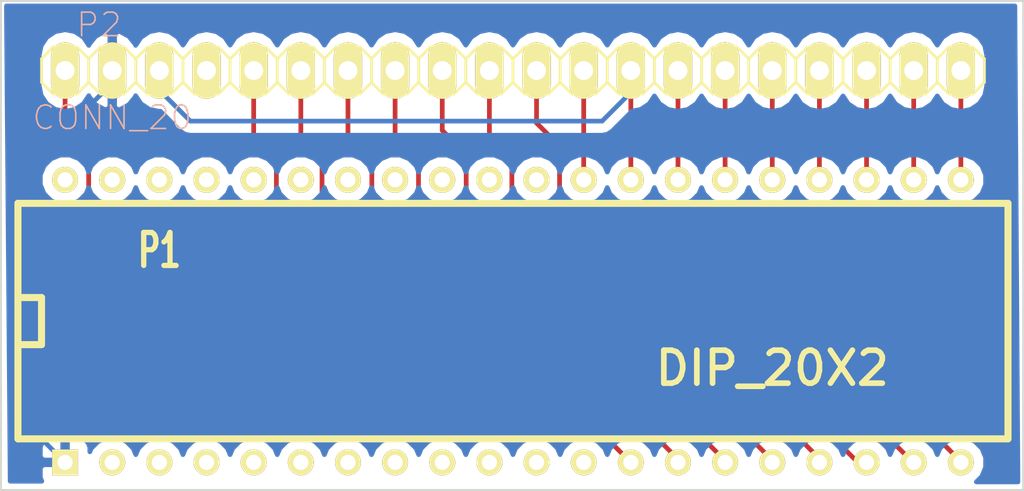
<source format=kicad_pcb>
(kicad_pcb (version 3) (host pcbnew "(2013-07-07 BZR 4022)-stable")

  (general
    (links 19)
    (no_connects 0)
    (area 34.171419 47.224479 89.346241 73.699841)
    (thickness 1.6)
    (drawings 7)
    (tracks 74)
    (zones 0)
    (modules 2)
    (nets 19)
  )

  (page USLetter)
  (title_block 
    (title Vic20Teensy)
    (rev 1)
    (company BlueNalgene)
    (comment 1 "Wesley Honeycutt")
  )

  (layers
    (15 F.Cu signal)
    (0 B.Cu signal)
    (16 B.Adhes user)
    (17 F.Adhes user)
    (18 B.Paste user)
    (19 F.Paste user)
    (20 B.SilkS user)
    (21 F.SilkS user)
    (22 B.Mask user)
    (23 F.Mask user)
    (24 Dwgs.User user)
    (25 Cmts.User user)
    (26 Eco1.User user)
    (27 Eco2.User user)
    (28 Edge.Cuts user)
  )

  (setup
    (last_trace_width 0.254)
    (trace_clearance 0.254)
    (zone_clearance 0.508)
    (zone_45_only no)
    (trace_min 0.254)
    (segment_width 0.2)
    (edge_width 0.1)
    (via_size 0.889)
    (via_drill 0.635)
    (via_min_size 0.889)
    (via_min_drill 0.508)
    (uvia_size 0.508)
    (uvia_drill 0.127)
    (uvias_allowed no)
    (uvia_min_size 0.508)
    (uvia_min_drill 0.127)
    (pcb_text_width 0.3)
    (pcb_text_size 1.5 1.5)
    (mod_edge_width 0.15)
    (mod_text_size 1 1)
    (mod_text_width 0.15)
    (pad_size 1.5 1.5)
    (pad_drill 0.6)
    (pad_to_mask_clearance 0)
    (aux_axis_origin 0 0)
    (visible_elements 7FFFFFFF)
    (pcbplotparams
      (layerselection 284983297)
      (usegerberextensions true)
      (excludeedgelayer true)
      (linewidth 0.150000)
      (plotframeref false)
      (viasonmask false)
      (mode 1)
      (useauxorigin false)
      (hpglpennumber 1)
      (hpglpenspeed 20)
      (hpglpendiameter 15)
      (hpglpenoverlay 2)
      (psnegative false)
      (psa4output false)
      (plotreference true)
      (plotvalue true)
      (plotothertext true)
      (plotinvisibletext false)
      (padsonsilk false)
      (subtractmaskfromsilk false)
      (outputformat 1)
      (mirror false)
      (drillshape 0)
      (scaleselection 1)
      (outputdirectory Gerber/))
  )

  (net 0 "")
  (net 1 /COL0)
  (net 2 /COL1)
  (net 3 /COL2)
  (net 4 /COL3)
  (net 5 /COL4)
  (net 6 /COL5)
  (net 7 /COL6)
  (net 8 /COL7)
  (net 9 /ROW0)
  (net 10 /ROW1)
  (net 11 /ROW2)
  (net 12 /ROW3)
  (net 13 /ROW4)
  (net 14 /ROW5)
  (net 15 /ROW6)
  (net 16 /ROW7)
  (net 17 /ROW8)
  (net 18 GND)

  (net_class Default "This is the default net class."
    (clearance 0.254)
    (trace_width 0.254)
    (via_dia 0.889)
    (via_drill 0.635)
    (uvia_dia 0.508)
    (uvia_drill 0.127)
    (add_net "")
    (add_net /COL0)
    (add_net /COL1)
    (add_net /COL2)
    (add_net /COL3)
    (add_net /COL4)
    (add_net /COL5)
    (add_net /COL6)
    (add_net /COL7)
    (add_net /ROW0)
    (add_net /ROW1)
    (add_net /ROW2)
    (add_net /ROW3)
    (add_net /ROW4)
    (add_net /ROW5)
    (add_net /ROW6)
    (add_net /ROW7)
    (add_net /ROW8)
    (add_net GND)
  )

  (module pinhead-1-1X20 (layer F.Cu) (tedit 200000) (tstamp 54F0D564)
    (at 138.00836 96.7486)
    (descr "PIN HEADER - 2.54")
    (tags "PIN HEADER - 2.54")
    (path /54F0CA2C)
    (attr virtual)
    (fp_text reference P2 (at -22.3012 -2.4638) (layer B.SilkS)
      (effects (font (size 1.27 1.27) (thickness 0.0889)))
    )
    (fp_text value CONN_20 (at -21.59 2.54) (layer B.SilkS)
      (effects (font (size 1.27 1.27) (thickness 0.0889)))
    )
    (fp_line (start 21.336 0.254) (end 21.844 0.254) (layer F.SilkS) (width 0.06604))
    (fp_line (start 21.844 0.254) (end 21.844 -0.254) (layer F.SilkS) (width 0.06604))
    (fp_line (start 21.336 -0.254) (end 21.844 -0.254) (layer F.SilkS) (width 0.06604))
    (fp_line (start 21.336 0.254) (end 21.336 -0.254) (layer F.SilkS) (width 0.06604))
    (fp_line (start 18.796 0.254) (end 19.304 0.254) (layer F.SilkS) (width 0.06604))
    (fp_line (start 19.304 0.254) (end 19.304 -0.254) (layer F.SilkS) (width 0.06604))
    (fp_line (start 18.796 -0.254) (end 19.304 -0.254) (layer F.SilkS) (width 0.06604))
    (fp_line (start 18.796 0.254) (end 18.796 -0.254) (layer F.SilkS) (width 0.06604))
    (fp_line (start 16.256 0.254) (end 16.764 0.254) (layer F.SilkS) (width 0.06604))
    (fp_line (start 16.764 0.254) (end 16.764 -0.254) (layer F.SilkS) (width 0.06604))
    (fp_line (start 16.256 -0.254) (end 16.764 -0.254) (layer F.SilkS) (width 0.06604))
    (fp_line (start 16.256 0.254) (end 16.256 -0.254) (layer F.SilkS) (width 0.06604))
    (fp_line (start 13.716 0.254) (end 14.224 0.254) (layer F.SilkS) (width 0.06604))
    (fp_line (start 14.224 0.254) (end 14.224 -0.254) (layer F.SilkS) (width 0.06604))
    (fp_line (start 13.716 -0.254) (end 14.224 -0.254) (layer F.SilkS) (width 0.06604))
    (fp_line (start 13.716 0.254) (end 13.716 -0.254) (layer F.SilkS) (width 0.06604))
    (fp_line (start 11.176 0.254) (end 11.684 0.254) (layer F.SilkS) (width 0.06604))
    (fp_line (start 11.684 0.254) (end 11.684 -0.254) (layer F.SilkS) (width 0.06604))
    (fp_line (start 11.176 -0.254) (end 11.684 -0.254) (layer F.SilkS) (width 0.06604))
    (fp_line (start 11.176 0.254) (end 11.176 -0.254) (layer F.SilkS) (width 0.06604))
    (fp_line (start 8.636 0.254) (end 9.144 0.254) (layer F.SilkS) (width 0.06604))
    (fp_line (start 9.144 0.254) (end 9.144 -0.254) (layer F.SilkS) (width 0.06604))
    (fp_line (start 8.636 -0.254) (end 9.144 -0.254) (layer F.SilkS) (width 0.06604))
    (fp_line (start 8.636 0.254) (end 8.636 -0.254) (layer F.SilkS) (width 0.06604))
    (fp_line (start 6.096 0.254) (end 6.604 0.254) (layer F.SilkS) (width 0.06604))
    (fp_line (start 6.604 0.254) (end 6.604 -0.254) (layer F.SilkS) (width 0.06604))
    (fp_line (start 6.096 -0.254) (end 6.604 -0.254) (layer F.SilkS) (width 0.06604))
    (fp_line (start 6.096 0.254) (end 6.096 -0.254) (layer F.SilkS) (width 0.06604))
    (fp_line (start 3.556 0.254) (end 4.064 0.254) (layer F.SilkS) (width 0.06604))
    (fp_line (start 4.064 0.254) (end 4.064 -0.254) (layer F.SilkS) (width 0.06604))
    (fp_line (start 3.556 -0.254) (end 4.064 -0.254) (layer F.SilkS) (width 0.06604))
    (fp_line (start 3.556 0.254) (end 3.556 -0.254) (layer F.SilkS) (width 0.06604))
    (fp_line (start 1.016 0.254) (end 1.524 0.254) (layer F.SilkS) (width 0.06604))
    (fp_line (start 1.524 0.254) (end 1.524 -0.254) (layer F.SilkS) (width 0.06604))
    (fp_line (start 1.016 -0.254) (end 1.524 -0.254) (layer F.SilkS) (width 0.06604))
    (fp_line (start 1.016 0.254) (end 1.016 -0.254) (layer F.SilkS) (width 0.06604))
    (fp_line (start -1.524 0.254) (end -1.016 0.254) (layer F.SilkS) (width 0.06604))
    (fp_line (start -1.016 0.254) (end -1.016 -0.254) (layer F.SilkS) (width 0.06604))
    (fp_line (start -1.524 -0.254) (end -1.016 -0.254) (layer F.SilkS) (width 0.06604))
    (fp_line (start -1.524 0.254) (end -1.524 -0.254) (layer F.SilkS) (width 0.06604))
    (fp_line (start -4.064 0.254) (end -3.556 0.254) (layer F.SilkS) (width 0.06604))
    (fp_line (start -3.556 0.254) (end -3.556 -0.254) (layer F.SilkS) (width 0.06604))
    (fp_line (start -4.064 -0.254) (end -3.556 -0.254) (layer F.SilkS) (width 0.06604))
    (fp_line (start -4.064 0.254) (end -4.064 -0.254) (layer F.SilkS) (width 0.06604))
    (fp_line (start -6.604 0.254) (end -6.096 0.254) (layer F.SilkS) (width 0.06604))
    (fp_line (start -6.096 0.254) (end -6.096 -0.254) (layer F.SilkS) (width 0.06604))
    (fp_line (start -6.604 -0.254) (end -6.096 -0.254) (layer F.SilkS) (width 0.06604))
    (fp_line (start -6.604 0.254) (end -6.604 -0.254) (layer F.SilkS) (width 0.06604))
    (fp_line (start -9.144 0.254) (end -8.636 0.254) (layer F.SilkS) (width 0.06604))
    (fp_line (start -8.636 0.254) (end -8.636 -0.254) (layer F.SilkS) (width 0.06604))
    (fp_line (start -9.144 -0.254) (end -8.636 -0.254) (layer F.SilkS) (width 0.06604))
    (fp_line (start -9.144 0.254) (end -9.144 -0.254) (layer F.SilkS) (width 0.06604))
    (fp_line (start -11.684 0.254) (end -11.176 0.254) (layer F.SilkS) (width 0.06604))
    (fp_line (start -11.176 0.254) (end -11.176 -0.254) (layer F.SilkS) (width 0.06604))
    (fp_line (start -11.684 -0.254) (end -11.176 -0.254) (layer F.SilkS) (width 0.06604))
    (fp_line (start -11.684 0.254) (end -11.684 -0.254) (layer F.SilkS) (width 0.06604))
    (fp_line (start -14.224 0.254) (end -13.716 0.254) (layer F.SilkS) (width 0.06604))
    (fp_line (start -13.716 0.254) (end -13.716 -0.254) (layer F.SilkS) (width 0.06604))
    (fp_line (start -14.224 -0.254) (end -13.716 -0.254) (layer F.SilkS) (width 0.06604))
    (fp_line (start -14.224 0.254) (end -14.224 -0.254) (layer F.SilkS) (width 0.06604))
    (fp_line (start -16.764 0.254) (end -16.256 0.254) (layer F.SilkS) (width 0.06604))
    (fp_line (start -16.256 0.254) (end -16.256 -0.254) (layer F.SilkS) (width 0.06604))
    (fp_line (start -16.764 -0.254) (end -16.256 -0.254) (layer F.SilkS) (width 0.06604))
    (fp_line (start -16.764 0.254) (end -16.764 -0.254) (layer F.SilkS) (width 0.06604))
    (fp_line (start -19.304 0.254) (end -18.796 0.254) (layer F.SilkS) (width 0.06604))
    (fp_line (start -18.796 0.254) (end -18.796 -0.254) (layer F.SilkS) (width 0.06604))
    (fp_line (start -19.304 -0.254) (end -18.796 -0.254) (layer F.SilkS) (width 0.06604))
    (fp_line (start -19.304 0.254) (end -19.304 -0.254) (layer F.SilkS) (width 0.06604))
    (fp_line (start -21.844 0.254) (end -21.336 0.254) (layer F.SilkS) (width 0.06604))
    (fp_line (start -21.336 0.254) (end -21.336 -0.254) (layer F.SilkS) (width 0.06604))
    (fp_line (start -21.844 -0.254) (end -21.336 -0.254) (layer F.SilkS) (width 0.06604))
    (fp_line (start -21.844 0.254) (end -21.844 -0.254) (layer F.SilkS) (width 0.06604))
    (fp_line (start -24.384 0.254) (end -23.876 0.254) (layer F.SilkS) (width 0.06604))
    (fp_line (start -23.876 0.254) (end -23.876 -0.254) (layer F.SilkS) (width 0.06604))
    (fp_line (start -24.384 -0.254) (end -23.876 -0.254) (layer F.SilkS) (width 0.06604))
    (fp_line (start -24.384 0.254) (end -24.384 -0.254) (layer F.SilkS) (width 0.06604))
    (fp_line (start 23.876 0.254) (end 24.384 0.254) (layer F.SilkS) (width 0.06604))
    (fp_line (start 24.384 0.254) (end 24.384 -0.254) (layer F.SilkS) (width 0.06604))
    (fp_line (start 23.876 -0.254) (end 24.384 -0.254) (layer F.SilkS) (width 0.06604))
    (fp_line (start 23.876 0.254) (end 23.876 -0.254) (layer F.SilkS) (width 0.06604))
    (fp_line (start 20.955 -1.27) (end 22.225 -1.27) (layer F.SilkS) (width 0.1524))
    (fp_line (start 22.225 -1.27) (end 22.86 -0.635) (layer F.SilkS) (width 0.1524))
    (fp_line (start 22.86 -0.635) (end 22.86 0.635) (layer F.SilkS) (width 0.1524))
    (fp_line (start 22.86 0.635) (end 22.225 1.27) (layer F.SilkS) (width 0.1524))
    (fp_line (start 17.78 -0.635) (end 18.415 -1.27) (layer F.SilkS) (width 0.1524))
    (fp_line (start 18.415 -1.27) (end 19.685 -1.27) (layer F.SilkS) (width 0.1524))
    (fp_line (start 19.685 -1.27) (end 20.32 -0.635) (layer F.SilkS) (width 0.1524))
    (fp_line (start 20.32 -0.635) (end 20.32 0.635) (layer F.SilkS) (width 0.1524))
    (fp_line (start 20.32 0.635) (end 19.685 1.27) (layer F.SilkS) (width 0.1524))
    (fp_line (start 19.685 1.27) (end 18.415 1.27) (layer F.SilkS) (width 0.1524))
    (fp_line (start 18.415 1.27) (end 17.78 0.635) (layer F.SilkS) (width 0.1524))
    (fp_line (start 20.955 -1.27) (end 20.32 -0.635) (layer F.SilkS) (width 0.1524))
    (fp_line (start 20.32 0.635) (end 20.955 1.27) (layer F.SilkS) (width 0.1524))
    (fp_line (start 22.225 1.27) (end 20.955 1.27) (layer F.SilkS) (width 0.1524))
    (fp_line (start 13.335 -1.27) (end 14.605 -1.27) (layer F.SilkS) (width 0.1524))
    (fp_line (start 14.605 -1.27) (end 15.24 -0.635) (layer F.SilkS) (width 0.1524))
    (fp_line (start 15.24 -0.635) (end 15.24 0.635) (layer F.SilkS) (width 0.1524))
    (fp_line (start 15.24 0.635) (end 14.605 1.27) (layer F.SilkS) (width 0.1524))
    (fp_line (start 15.24 -0.635) (end 15.875 -1.27) (layer F.SilkS) (width 0.1524))
    (fp_line (start 15.875 -1.27) (end 17.145 -1.27) (layer F.SilkS) (width 0.1524))
    (fp_line (start 17.145 -1.27) (end 17.78 -0.635) (layer F.SilkS) (width 0.1524))
    (fp_line (start 17.78 -0.635) (end 17.78 0.635) (layer F.SilkS) (width 0.1524))
    (fp_line (start 17.78 0.635) (end 17.145 1.27) (layer F.SilkS) (width 0.1524))
    (fp_line (start 17.145 1.27) (end 15.875 1.27) (layer F.SilkS) (width 0.1524))
    (fp_line (start 15.875 1.27) (end 15.24 0.635) (layer F.SilkS) (width 0.1524))
    (fp_line (start 10.16 -0.635) (end 10.795 -1.27) (layer F.SilkS) (width 0.1524))
    (fp_line (start 10.795 -1.27) (end 12.065 -1.27) (layer F.SilkS) (width 0.1524))
    (fp_line (start 12.065 -1.27) (end 12.7 -0.635) (layer F.SilkS) (width 0.1524))
    (fp_line (start 12.7 -0.635) (end 12.7 0.635) (layer F.SilkS) (width 0.1524))
    (fp_line (start 12.7 0.635) (end 12.065 1.27) (layer F.SilkS) (width 0.1524))
    (fp_line (start 12.065 1.27) (end 10.795 1.27) (layer F.SilkS) (width 0.1524))
    (fp_line (start 10.795 1.27) (end 10.16 0.635) (layer F.SilkS) (width 0.1524))
    (fp_line (start 13.335 -1.27) (end 12.7 -0.635) (layer F.SilkS) (width 0.1524))
    (fp_line (start 12.7 0.635) (end 13.335 1.27) (layer F.SilkS) (width 0.1524))
    (fp_line (start 14.605 1.27) (end 13.335 1.27) (layer F.SilkS) (width 0.1524))
    (fp_line (start 5.715 -1.27) (end 6.985 -1.27) (layer F.SilkS) (width 0.1524))
    (fp_line (start 6.985 -1.27) (end 7.62 -0.635) (layer F.SilkS) (width 0.1524))
    (fp_line (start 7.62 -0.635) (end 7.62 0.635) (layer F.SilkS) (width 0.1524))
    (fp_line (start 7.62 0.635) (end 6.985 1.27) (layer F.SilkS) (width 0.1524))
    (fp_line (start 7.62 -0.635) (end 8.255 -1.27) (layer F.SilkS) (width 0.1524))
    (fp_line (start 8.255 -1.27) (end 9.525 -1.27) (layer F.SilkS) (width 0.1524))
    (fp_line (start 9.525 -1.27) (end 10.16 -0.635) (layer F.SilkS) (width 0.1524))
    (fp_line (start 10.16 -0.635) (end 10.16 0.635) (layer F.SilkS) (width 0.1524))
    (fp_line (start 10.16 0.635) (end 9.525 1.27) (layer F.SilkS) (width 0.1524))
    (fp_line (start 9.525 1.27) (end 8.255 1.27) (layer F.SilkS) (width 0.1524))
    (fp_line (start 8.255 1.27) (end 7.62 0.635) (layer F.SilkS) (width 0.1524))
    (fp_line (start 2.54 -0.635) (end 3.175 -1.27) (layer F.SilkS) (width 0.1524))
    (fp_line (start 3.175 -1.27) (end 4.445 -1.27) (layer F.SilkS) (width 0.1524))
    (fp_line (start 4.445 -1.27) (end 5.08 -0.635) (layer F.SilkS) (width 0.1524))
    (fp_line (start 5.08 -0.635) (end 5.08 0.635) (layer F.SilkS) (width 0.1524))
    (fp_line (start 5.08 0.635) (end 4.445 1.27) (layer F.SilkS) (width 0.1524))
    (fp_line (start 4.445 1.27) (end 3.175 1.27) (layer F.SilkS) (width 0.1524))
    (fp_line (start 3.175 1.27) (end 2.54 0.635) (layer F.SilkS) (width 0.1524))
    (fp_line (start 5.715 -1.27) (end 5.08 -0.635) (layer F.SilkS) (width 0.1524))
    (fp_line (start 5.08 0.635) (end 5.715 1.27) (layer F.SilkS) (width 0.1524))
    (fp_line (start 6.985 1.27) (end 5.715 1.27) (layer F.SilkS) (width 0.1524))
    (fp_line (start -1.905 -1.27) (end -0.635 -1.27) (layer F.SilkS) (width 0.1524))
    (fp_line (start -0.635 -1.27) (end 0 -0.635) (layer F.SilkS) (width 0.1524))
    (fp_line (start 0 -0.635) (end 0 0.635) (layer F.SilkS) (width 0.1524))
    (fp_line (start 0 0.635) (end -0.635 1.27) (layer F.SilkS) (width 0.1524))
    (fp_line (start 0 -0.635) (end 0.635 -1.27) (layer F.SilkS) (width 0.1524))
    (fp_line (start 0.635 -1.27) (end 1.905 -1.27) (layer F.SilkS) (width 0.1524))
    (fp_line (start 1.905 -1.27) (end 2.54 -0.635) (layer F.SilkS) (width 0.1524))
    (fp_line (start 2.54 -0.635) (end 2.54 0.635) (layer F.SilkS) (width 0.1524))
    (fp_line (start 2.54 0.635) (end 1.905 1.27) (layer F.SilkS) (width 0.1524))
    (fp_line (start 1.905 1.27) (end 0.635 1.27) (layer F.SilkS) (width 0.1524))
    (fp_line (start 0.635 1.27) (end 0 0.635) (layer F.SilkS) (width 0.1524))
    (fp_line (start -5.08 -0.635) (end -4.445 -1.27) (layer F.SilkS) (width 0.1524))
    (fp_line (start -4.445 -1.27) (end -3.175 -1.27) (layer F.SilkS) (width 0.1524))
    (fp_line (start -3.175 -1.27) (end -2.54 -0.635) (layer F.SilkS) (width 0.1524))
    (fp_line (start -2.54 -0.635) (end -2.54 0.635) (layer F.SilkS) (width 0.1524))
    (fp_line (start -2.54 0.635) (end -3.175 1.27) (layer F.SilkS) (width 0.1524))
    (fp_line (start -3.175 1.27) (end -4.445 1.27) (layer F.SilkS) (width 0.1524))
    (fp_line (start -4.445 1.27) (end -5.08 0.635) (layer F.SilkS) (width 0.1524))
    (fp_line (start -1.905 -1.27) (end -2.54 -0.635) (layer F.SilkS) (width 0.1524))
    (fp_line (start -2.54 0.635) (end -1.905 1.27) (layer F.SilkS) (width 0.1524))
    (fp_line (start -0.635 1.27) (end -1.905 1.27) (layer F.SilkS) (width 0.1524))
    (fp_line (start -9.525 -1.27) (end -8.255 -1.27) (layer F.SilkS) (width 0.1524))
    (fp_line (start -8.255 -1.27) (end -7.62 -0.635) (layer F.SilkS) (width 0.1524))
    (fp_line (start -7.62 -0.635) (end -7.62 0.635) (layer F.SilkS) (width 0.1524))
    (fp_line (start -7.62 0.635) (end -8.255 1.27) (layer F.SilkS) (width 0.1524))
    (fp_line (start -7.62 -0.635) (end -6.985 -1.27) (layer F.SilkS) (width 0.1524))
    (fp_line (start -6.985 -1.27) (end -5.715 -1.27) (layer F.SilkS) (width 0.1524))
    (fp_line (start -5.715 -1.27) (end -5.08 -0.635) (layer F.SilkS) (width 0.1524))
    (fp_line (start -5.08 -0.635) (end -5.08 0.635) (layer F.SilkS) (width 0.1524))
    (fp_line (start -5.08 0.635) (end -5.715 1.27) (layer F.SilkS) (width 0.1524))
    (fp_line (start -5.715 1.27) (end -6.985 1.27) (layer F.SilkS) (width 0.1524))
    (fp_line (start -6.985 1.27) (end -7.62 0.635) (layer F.SilkS) (width 0.1524))
    (fp_line (start -12.7 -0.635) (end -12.065 -1.27) (layer F.SilkS) (width 0.1524))
    (fp_line (start -12.065 -1.27) (end -10.795 -1.27) (layer F.SilkS) (width 0.1524))
    (fp_line (start -10.795 -1.27) (end -10.16 -0.635) (layer F.SilkS) (width 0.1524))
    (fp_line (start -10.16 -0.635) (end -10.16 0.635) (layer F.SilkS) (width 0.1524))
    (fp_line (start -10.16 0.635) (end -10.795 1.27) (layer F.SilkS) (width 0.1524))
    (fp_line (start -10.795 1.27) (end -12.065 1.27) (layer F.SilkS) (width 0.1524))
    (fp_line (start -12.065 1.27) (end -12.7 0.635) (layer F.SilkS) (width 0.1524))
    (fp_line (start -9.525 -1.27) (end -10.16 -0.635) (layer F.SilkS) (width 0.1524))
    (fp_line (start -10.16 0.635) (end -9.525 1.27) (layer F.SilkS) (width 0.1524))
    (fp_line (start -8.255 1.27) (end -9.525 1.27) (layer F.SilkS) (width 0.1524))
    (fp_line (start -17.145 -1.27) (end -15.875 -1.27) (layer F.SilkS) (width 0.1524))
    (fp_line (start -15.875 -1.27) (end -15.24 -0.635) (layer F.SilkS) (width 0.1524))
    (fp_line (start -15.24 -0.635) (end -15.24 0.635) (layer F.SilkS) (width 0.1524))
    (fp_line (start -15.24 0.635) (end -15.875 1.27) (layer F.SilkS) (width 0.1524))
    (fp_line (start -15.24 -0.635) (end -14.605 -1.27) (layer F.SilkS) (width 0.1524))
    (fp_line (start -14.605 -1.27) (end -13.335 -1.27) (layer F.SilkS) (width 0.1524))
    (fp_line (start -13.335 -1.27) (end -12.7 -0.635) (layer F.SilkS) (width 0.1524))
    (fp_line (start -12.7 -0.635) (end -12.7 0.635) (layer F.SilkS) (width 0.1524))
    (fp_line (start -12.7 0.635) (end -13.335 1.27) (layer F.SilkS) (width 0.1524))
    (fp_line (start -13.335 1.27) (end -14.605 1.27) (layer F.SilkS) (width 0.1524))
    (fp_line (start -14.605 1.27) (end -15.24 0.635) (layer F.SilkS) (width 0.1524))
    (fp_line (start -20.32 -0.635) (end -19.685 -1.27) (layer F.SilkS) (width 0.1524))
    (fp_line (start -19.685 -1.27) (end -18.415 -1.27) (layer F.SilkS) (width 0.1524))
    (fp_line (start -18.415 -1.27) (end -17.78 -0.635) (layer F.SilkS) (width 0.1524))
    (fp_line (start -17.78 -0.635) (end -17.78 0.635) (layer F.SilkS) (width 0.1524))
    (fp_line (start -17.78 0.635) (end -18.415 1.27) (layer F.SilkS) (width 0.1524))
    (fp_line (start -18.415 1.27) (end -19.685 1.27) (layer F.SilkS) (width 0.1524))
    (fp_line (start -19.685 1.27) (end -20.32 0.635) (layer F.SilkS) (width 0.1524))
    (fp_line (start -17.145 -1.27) (end -17.78 -0.635) (layer F.SilkS) (width 0.1524))
    (fp_line (start -17.78 0.635) (end -17.145 1.27) (layer F.SilkS) (width 0.1524))
    (fp_line (start -15.875 1.27) (end -17.145 1.27) (layer F.SilkS) (width 0.1524))
    (fp_line (start -24.765 -1.27) (end -23.495 -1.27) (layer F.SilkS) (width 0.1524))
    (fp_line (start -23.495 -1.27) (end -22.86 -0.635) (layer F.SilkS) (width 0.1524))
    (fp_line (start -22.86 -0.635) (end -22.86 0.635) (layer F.SilkS) (width 0.1524))
    (fp_line (start -22.86 0.635) (end -23.495 1.27) (layer F.SilkS) (width 0.1524))
    (fp_line (start -22.86 -0.635) (end -22.225 -1.27) (layer F.SilkS) (width 0.1524))
    (fp_line (start -22.225 -1.27) (end -20.955 -1.27) (layer F.SilkS) (width 0.1524))
    (fp_line (start -20.955 -1.27) (end -20.32 -0.635) (layer F.SilkS) (width 0.1524))
    (fp_line (start -20.32 -0.635) (end -20.32 0.635) (layer F.SilkS) (width 0.1524))
    (fp_line (start -20.32 0.635) (end -20.955 1.27) (layer F.SilkS) (width 0.1524))
    (fp_line (start -20.955 1.27) (end -22.225 1.27) (layer F.SilkS) (width 0.1524))
    (fp_line (start -22.225 1.27) (end -22.86 0.635) (layer F.SilkS) (width 0.1524))
    (fp_line (start -25.4 -0.635) (end -25.4 0.635) (layer F.SilkS) (width 0.1524))
    (fp_line (start -24.765 -1.27) (end -25.4 -0.635) (layer F.SilkS) (width 0.1524))
    (fp_line (start -25.4 0.635) (end -24.765 1.27) (layer F.SilkS) (width 0.1524))
    (fp_line (start -23.495 1.27) (end -24.765 1.27) (layer F.SilkS) (width 0.1524))
    (fp_line (start 23.495 -1.27) (end 24.765 -1.27) (layer F.SilkS) (width 0.1524))
    (fp_line (start 24.765 -1.27) (end 25.4 -0.635) (layer F.SilkS) (width 0.1524))
    (fp_line (start 25.4 -0.635) (end 25.4 0.635) (layer F.SilkS) (width 0.1524))
    (fp_line (start 25.4 0.635) (end 24.765 1.27) (layer F.SilkS) (width 0.1524))
    (fp_line (start 23.495 -1.27) (end 22.86 -0.635) (layer F.SilkS) (width 0.1524))
    (fp_line (start 22.86 0.635) (end 23.495 1.27) (layer F.SilkS) (width 0.1524))
    (fp_line (start 24.765 1.27) (end 23.495 1.27) (layer F.SilkS) (width 0.1524))
    (pad 1 thru_hole oval (at -24.13 0) (size 1.524 3.048) (drill 1.016)
      (layers *.Cu F.Paste F.SilkS F.Mask)
      (net 17 /ROW8)
    )
    (pad 2 thru_hole oval (at -21.59 0) (size 1.524 3.048) (drill 1.016)
      (layers *.Cu F.Paste F.SilkS F.Mask)
      (net 18 GND)
    )
    (pad 3 thru_hole oval (at -19.05 0) (size 1.524 3.048) (drill 1.016)
      (layers *.Cu F.Paste F.SilkS F.Mask)
      (net 1 /COL0)
    )
    (pad 4 thru_hole oval (at -16.51 0) (size 1.524 3.048) (drill 1.016)
      (layers *.Cu F.Paste F.SilkS F.Mask)
    )
    (pad 5 thru_hole oval (at -13.97 0) (size 1.524 3.048) (drill 1.016)
      (layers *.Cu F.Paste F.SilkS F.Mask)
      (net 12 /ROW3)
    )
    (pad 6 thru_hole oval (at -11.43 0) (size 1.524 3.048) (drill 1.016)
      (layers *.Cu F.Paste F.SilkS F.Mask)
      (net 15 /ROW6)
    )
    (pad 7 thru_hole oval (at -8.89 0) (size 1.524 3.048) (drill 1.016)
      (layers *.Cu F.Paste F.SilkS F.Mask)
      (net 14 /ROW5)
    )
    (pad 8 thru_hole oval (at -6.35 0) (size 1.524 3.048) (drill 1.016)
      (layers *.Cu F.Paste F.SilkS F.Mask)
      (net 13 /ROW4)
    )
    (pad 9 thru_hole oval (at -3.81 0) (size 1.524 3.048) (drill 1.016)
      (layers *.Cu F.Paste F.SilkS F.Mask)
      (net 16 /ROW7)
    )
    (pad 10 thru_hole oval (at -1.27 0) (size 1.524 3.048) (drill 1.016)
      (layers *.Cu F.Paste F.SilkS F.Mask)
      (net 11 /ROW2)
    )
    (pad 11 thru_hole oval (at 1.27 0) (size 1.524 3.048) (drill 1.016)
      (layers *.Cu F.Paste F.SilkS F.Mask)
      (net 10 /ROW1)
    )
    (pad 12 thru_hole oval (at 3.81 0) (size 1.524 3.048) (drill 1.016)
      (layers *.Cu F.Paste F.SilkS F.Mask)
      (net 9 /ROW0)
    )
    (pad 13 thru_hole oval (at 6.35 0) (size 1.524 3.048) (drill 1.016)
      (layers *.Cu F.Paste F.SilkS F.Mask)
      (net 1 /COL0)
    )
    (pad 14 thru_hole oval (at 8.89 0) (size 1.524 3.048) (drill 1.016)
      (layers *.Cu F.Paste F.SilkS F.Mask)
      (net 7 /COL6)
    )
    (pad 15 thru_hole oval (at 11.43 0) (size 1.524 3.048) (drill 1.016)
      (layers *.Cu F.Paste F.SilkS F.Mask)
      (net 6 /COL5)
    )
    (pad 16 thru_hole oval (at 13.97 0) (size 1.524 3.048) (drill 1.016)
      (layers *.Cu F.Paste F.SilkS F.Mask)
      (net 5 /COL4)
    )
    (pad 17 thru_hole oval (at 16.51 0) (size 1.524 3.048) (drill 1.016)
      (layers *.Cu F.Paste F.SilkS F.Mask)
      (net 4 /COL3)
    )
    (pad 18 thru_hole oval (at 19.05 0) (size 1.524 3.048) (drill 1.016)
      (layers *.Cu F.Paste F.SilkS F.Mask)
      (net 3 /COL2)
    )
    (pad 19 thru_hole oval (at 21.59 0) (size 1.524 3.048) (drill 1.016)
      (layers *.Cu F.Paste F.SilkS F.Mask)
      (net 2 /COL1)
    )
    (pad 20 thru_hole oval (at 24.13 0) (size 1.524 3.048) (drill 1.016)
      (layers *.Cu F.Paste F.SilkS F.Mask)
      (net 8 /COL7)
    )
  )

  (module DIP-40__600 (layer F.Cu) (tedit 200000) (tstamp 54F0D597)
    (at 138.00836 110.2614)
    (descr "Module Dil 40 pins, pads ronds, e=600 mils")
    (tags DIL)
    (path /54F0E0A5)
    (fp_text reference P1 (at -19.05 -3.81) (layer F.SilkS)
      (effects (font (size 1.778 1.143) (thickness 0.3048)))
    )
    (fp_text value DIP_20X2 (at 13.97 2.54) (layer F.SilkS)
      (effects (font (size 1.778 1.778) (thickness 0.3048)))
    )
    (fp_line (start -26.67 -1.27) (end -25.4 -1.27) (layer F.SilkS) (width 0.381))
    (fp_line (start -25.4 -1.27) (end -25.4 1.27) (layer F.SilkS) (width 0.381))
    (fp_line (start -25.4 1.27) (end -26.67 1.27) (layer F.SilkS) (width 0.381))
    (fp_line (start -26.67 -6.35) (end 26.67 -6.35) (layer F.SilkS) (width 0.381))
    (fp_line (start 26.67 -6.35) (end 26.67 6.35) (layer F.SilkS) (width 0.381))
    (fp_line (start 26.67 6.35) (end -26.67 6.35) (layer F.SilkS) (width 0.381))
    (fp_line (start -26.67 6.35) (end -26.67 -6.35) (layer F.SilkS) (width 0.381))
    (pad 1 thru_hole rect (at -24.13 7.62) (size 1.397 1.397) (drill 0.8128)
      (layers *.Cu *.Mask F.SilkS)
      (net 18 GND)
    )
    (pad 2 thru_hole circle (at -21.59 7.62) (size 1.397 1.397) (drill 0.8128)
      (layers *.Cu *.Mask F.SilkS)
    )
    (pad 3 thru_hole circle (at -19.05 7.62) (size 1.397 1.397) (drill 0.8128)
      (layers *.Cu *.Mask F.SilkS)
    )
    (pad 4 thru_hole circle (at -16.51 7.62) (size 1.397 1.397) (drill 0.8128)
      (layers *.Cu *.Mask F.SilkS)
    )
    (pad 5 thru_hole circle (at -13.97 7.62) (size 1.397 1.397) (drill 0.8128)
      (layers *.Cu *.Mask F.SilkS)
    )
    (pad 6 thru_hole circle (at -11.43 7.62) (size 1.397 1.397) (drill 0.8128)
      (layers *.Cu *.Mask F.SilkS)
    )
    (pad 7 thru_hole circle (at -8.89 7.62) (size 1.397 1.397) (drill 0.8128)
      (layers *.Cu *.Mask F.SilkS)
    )
    (pad 8 thru_hole circle (at -6.35 7.62) (size 1.397 1.397) (drill 0.8128)
      (layers *.Cu *.Mask F.SilkS)
    )
    (pad 9 thru_hole circle (at -3.81 7.62) (size 1.397 1.397) (drill 0.8128)
      (layers *.Cu *.Mask F.SilkS)
    )
    (pad 10 thru_hole circle (at -1.27 7.62) (size 1.397 1.397) (drill 0.8128)
      (layers *.Cu *.Mask F.SilkS)
    )
    (pad 11 thru_hole circle (at 1.27 7.62) (size 1.397 1.397) (drill 0.8128)
      (layers *.Cu *.Mask F.SilkS)
    )
    (pad 12 thru_hole circle (at 3.81 7.62) (size 1.397 1.397) (drill 0.8128)
      (layers *.Cu *.Mask F.SilkS)
    )
    (pad 13 thru_hole circle (at 6.35 7.62) (size 1.397 1.397) (drill 0.8128)
      (layers *.Cu *.Mask F.SilkS)
      (net 17 /ROW8)
    )
    (pad 14 thru_hole circle (at 8.89 7.62) (size 1.397 1.397) (drill 0.8128)
      (layers *.Cu *.Mask F.SilkS)
      (net 12 /ROW3)
    )
    (pad 15 thru_hole circle (at 11.43 7.62) (size 1.397 1.397) (drill 0.8128)
      (layers *.Cu *.Mask F.SilkS)
      (net 15 /ROW6)
    )
    (pad 16 thru_hole circle (at 13.97 7.62) (size 1.397 1.397) (drill 0.8128)
      (layers *.Cu *.Mask F.SilkS)
      (net 14 /ROW5)
    )
    (pad 17 thru_hole circle (at 16.51 7.62) (size 1.397 1.397) (drill 0.8128)
      (layers *.Cu *.Mask F.SilkS)
      (net 13 /ROW4)
    )
    (pad 18 thru_hole circle (at 19.05 7.62) (size 1.397 1.397) (drill 0.8128)
      (layers *.Cu *.Mask F.SilkS)
      (net 16 /ROW7)
    )
    (pad 19 thru_hole circle (at 21.59 7.62) (size 1.397 1.397) (drill 0.8128)
      (layers *.Cu *.Mask F.SilkS)
      (net 11 /ROW2)
    )
    (pad 20 thru_hole circle (at 24.13 7.62) (size 1.397 1.397) (drill 0.8128)
      (layers *.Cu *.Mask F.SilkS)
      (net 10 /ROW1)
    )
    (pad 21 thru_hole circle (at 24.13 -7.62) (size 1.397 1.397) (drill 0.8128)
      (layers *.Cu *.Mask F.SilkS)
      (net 8 /COL7)
    )
    (pad 22 thru_hole circle (at 21.59 -7.62) (size 1.397 1.397) (drill 0.8128)
      (layers *.Cu *.Mask F.SilkS)
      (net 2 /COL1)
    )
    (pad 23 thru_hole circle (at 19.05 -7.62) (size 1.397 1.397) (drill 0.8128)
      (layers *.Cu *.Mask F.SilkS)
      (net 3 /COL2)
    )
    (pad 24 thru_hole circle (at 16.51 -7.62) (size 1.397 1.397) (drill 0.8128)
      (layers *.Cu *.Mask F.SilkS)
      (net 4 /COL3)
    )
    (pad 25 thru_hole circle (at 13.97 -7.62) (size 1.397 1.397) (drill 0.8128)
      (layers *.Cu *.Mask F.SilkS)
      (net 5 /COL4)
    )
    (pad 26 thru_hole circle (at 11.43 -7.62) (size 1.397 1.397) (drill 0.8128)
      (layers *.Cu *.Mask F.SilkS)
      (net 6 /COL5)
    )
    (pad 27 thru_hole circle (at 8.89 -7.62) (size 1.397 1.397) (drill 0.8128)
      (layers *.Cu *.Mask F.SilkS)
      (net 7 /COL6)
    )
    (pad 28 thru_hole circle (at 6.35 -7.62) (size 1.397 1.397) (drill 0.8128)
      (layers *.Cu *.Mask F.SilkS)
      (net 1 /COL0)
    )
    (pad 29 thru_hole circle (at 3.81 -7.62) (size 1.397 1.397) (drill 0.8128)
      (layers *.Cu *.Mask F.SilkS)
      (net 9 /ROW0)
    )
    (pad 30 thru_hole circle (at 1.27 -7.62) (size 1.397 1.397) (drill 0.8128)
      (layers *.Cu *.Mask F.SilkS)
    )
    (pad 31 thru_hole circle (at -1.27 -7.62) (size 1.397 1.397) (drill 0.8128)
      (layers *.Cu *.Mask F.SilkS)
    )
    (pad 32 thru_hole circle (at -3.81 -7.62) (size 1.397 1.397) (drill 0.8128)
      (layers *.Cu *.Mask F.SilkS)
    )
    (pad 33 thru_hole circle (at -6.35 -7.62) (size 1.397 1.397) (drill 0.8128)
      (layers *.Cu *.Mask F.SilkS)
    )
    (pad 34 thru_hole circle (at -8.89 -7.62) (size 1.397 1.397) (drill 0.8128)
      (layers *.Cu *.Mask F.SilkS)
    )
    (pad 35 thru_hole circle (at -11.43 -7.62) (size 1.397 1.397) (drill 0.8128)
      (layers *.Cu *.Mask F.SilkS)
    )
    (pad 36 thru_hole circle (at -13.97 -7.62) (size 1.397 1.397) (drill 0.8128)
      (layers *.Cu *.Mask F.SilkS)
    )
    (pad 37 thru_hole circle (at -16.51 -7.62) (size 1.397 1.397) (drill 0.8128)
      (layers *.Cu *.Mask F.SilkS)
    )
    (pad 38 thru_hole circle (at -19.05 -7.62) (size 1.397 1.397) (drill 0.8128)
      (layers *.Cu *.Mask F.SilkS)
    )
    (pad 39 thru_hole circle (at -21.59 -7.62) (size 1.397 1.397) (drill 0.8128)
      (layers *.Cu *.Mask F.SilkS)
    )
    (pad 40 thru_hole circle (at -24.13 -7.62) (size 1.397 1.397) (drill 0.8128)
      (layers *.Cu *.Mask F.SilkS)
    )
    (model dil/dil_40-w600.wrl
      (at (xyz 0 0 0))
      (scale (xyz 1 1 1))
      (rotate (xyz 0 0 0))
    )
  )

  (gr_line (start 110.61954 92.99448) (end 110.63478 92.99448) (angle 90) (layer Edge.Cuts) (width 0.1))
  (gr_line (start 110.42142 92.99448) (end 110.61954 92.99448) (angle 90) (layer Edge.Cuts) (width 0.1))
  (gr_line (start 110.42142 119.36984) (end 110.42142 92.99448) (angle 90) (layer Edge.Cuts) (width 0.1))
  (gr_line (start 110.5662 119.36984) (end 110.42142 119.36984) (angle 90) (layer Edge.Cuts) (width 0.1))
  (gr_line (start 165.49624 119.36984) (end 110.5662 119.36984) (angle 90) (layer Edge.Cuts) (width 0.1))
  (gr_line (start 165.49624 92.99448) (end 165.49624 119.36984) (angle 90) (layer Edge.Cuts) (width 0.1))
  (gr_line (start 110.51032 92.99448) (end 165.49624 92.99448) (angle 90) (layer Edge.Cuts) (width 0.1))

  (segment (start 144.35836 96.7486) (end 144.35836 97.92716) (width 0.254) (layer B.Cu) (net 1))
  (segment (start 118.95836 97.81032) (end 118.95836 96.7486) (width 0.254) (layer B.Cu) (net 1) (tstamp 54F0D8F1))
  (segment (start 120.6246 99.47656) (end 118.95836 97.81032) (width 0.254) (layer B.Cu) (net 1) (tstamp 54F0D8EF))
  (segment (start 142.80896 99.47656) (end 120.6246 99.47656) (width 0.254) (layer B.Cu) (net 1) (tstamp 54F0D8ED))
  (segment (start 144.35836 97.92716) (end 142.80896 99.47656) (width 0.254) (layer B.Cu) (net 1) (tstamp 54F0D8EB))
  (segment (start 144.35836 96.7486) (end 144.35836 102.6414) (width 0.254) (layer F.Cu) (net 1))
  (segment (start 159.59836 96.7486) (end 159.59836 102.6414) (width 0.254) (layer F.Cu) (net 2))
  (segment (start 157.05836 96.7486) (end 157.05836 102.6414) (width 0.254) (layer F.Cu) (net 3))
  (segment (start 154.51836 96.7486) (end 154.51836 102.6414) (width 0.254) (layer F.Cu) (net 4))
  (segment (start 151.97836 96.7486) (end 151.97836 102.6414) (width 0.254) (layer F.Cu) (net 5))
  (segment (start 149.43836 96.7486) (end 149.43836 102.6414) (width 0.254) (layer F.Cu) (net 6))
  (segment (start 146.89836 96.7486) (end 146.89836 102.6414) (width 0.254) (layer F.Cu) (net 7))
  (segment (start 162.13836 96.7486) (end 162.13836 102.6414) (width 0.254) (layer F.Cu) (net 8))
  (segment (start 141.81836 96.7486) (end 141.81836 102.6414) (width 0.254) (layer F.Cu) (net 9))
  (segment (start 162.13836 117.8814) (end 162.13836 117.82806) (width 0.254) (layer F.Cu) (net 10))
  (segment (start 139.27836 99.57816) (end 140.51788 100.81768) (width 0.254) (layer F.Cu) (net 10) (tstamp 54F0D955))
  (segment (start 140.51788 100.81768) (end 140.51788 104.17048) (width 0.254) (layer F.Cu) (net 10) (tstamp 54F0D958))
  (segment (start 139.27836 99.57816) (end 139.27836 96.7486) (width 0.254) (layer F.Cu) (net 10))
  (segment (start 146.0373 109.6899) (end 140.51788 104.17048) (width 0.254) (layer F.Cu) (net 10) (tstamp 54F0D9DD))
  (segment (start 154.0002 109.6899) (end 146.0373 109.6899) (width 0.254) (layer F.Cu) (net 10) (tstamp 54F0D9DB))
  (segment (start 162.13836 117.82806) (end 154.0002 109.6899) (width 0.254) (layer F.Cu) (net 10) (tstamp 54F0D9DA))
  (segment (start 159.59836 117.8814) (end 159.5628 117.8814) (width 0.254) (layer F.Cu) (net 11))
  (segment (start 136.73836 100.22332) (end 137.9474 101.43236) (width 0.254) (layer F.Cu) (net 11) (tstamp 54F0D95C))
  (segment (start 137.9474 101.43236) (end 137.9474 104.33812) (width 0.254) (layer F.Cu) (net 11) (tstamp 54F0D95E))
  (segment (start 136.73836 100.22332) (end 136.73836 96.7486) (width 0.254) (layer F.Cu) (net 11))
  (segment (start 144.13738 110.5281) (end 137.9474 104.33812) (width 0.254) (layer F.Cu) (net 11) (tstamp 54F0D9D6))
  (segment (start 152.2095 110.5281) (end 144.13738 110.5281) (width 0.254) (layer F.Cu) (net 11) (tstamp 54F0D9D1))
  (segment (start 159.5628 117.8814) (end 152.2095 110.5281) (width 0.254) (layer F.Cu) (net 11) (tstamp 54F0D9CF))
  (segment (start 146.89836 117.8814) (end 146.89836 117.7036) (width 0.254) (layer F.Cu) (net 12))
  (segment (start 136.04748 114.7318) (end 125.26264 103.94696) (width 0.254) (layer F.Cu) (net 12) (tstamp 54F0D9A6))
  (segment (start 143.92656 114.7318) (end 136.04748 114.7318) (width 0.254) (layer F.Cu) (net 12) (tstamp 54F0D9A3))
  (segment (start 146.89836 117.7036) (end 143.92656 114.7318) (width 0.254) (layer F.Cu) (net 12) (tstamp 54F0D9A1))
  (segment (start 124.03836 96.7486) (end 124.03836 100.20808) (width 0.254) (layer F.Cu) (net 12))
  (segment (start 125.26264 101.43236) (end 125.26264 103.94696) (width 0.254) (layer F.Cu) (net 12) (tstamp 54F0D97A))
  (segment (start 125.26264 103.94696) (end 125.26264 104.05872) (width 0.254) (layer F.Cu) (net 12) (tstamp 54F0D9AB))
  (segment (start 124.03836 100.20808) (end 125.26264 101.43236) (width 0.254) (layer F.Cu) (net 12) (tstamp 54F0D978))
  (segment (start 154.51836 117.8814) (end 154.51836 117.67566) (width 0.254) (layer F.Cu) (net 13))
  (segment (start 131.65836 100.45192) (end 132.9182 101.71176) (width 0.254) (layer F.Cu) (net 13) (tstamp 54F0D967))
  (segment (start 132.9182 101.71176) (end 132.9182 104.00284) (width 0.254) (layer F.Cu) (net 13) (tstamp 54F0D969))
  (segment (start 131.65836 100.45192) (end 131.65836 96.7486) (width 0.254) (layer F.Cu) (net 13))
  (segment (start 141.15796 112.2426) (end 132.9182 104.00284) (width 0.254) (layer F.Cu) (net 13) (tstamp 54F0D9C3))
  (segment (start 149.0853 112.2426) (end 141.15796 112.2426) (width 0.254) (layer F.Cu) (net 13) (tstamp 54F0D9BF))
  (segment (start 154.51836 117.67566) (end 149.0853 112.2426) (width 0.254) (layer F.Cu) (net 13) (tstamp 54F0D9BD))
  (segment (start 151.97836 117.8814) (end 151.97836 117.76456) (width 0.254) (layer F.Cu) (net 14))
  (segment (start 129.11836 100.25888) (end 130.4036 101.54412) (width 0.254) (layer F.Cu) (net 14) (tstamp 54F0D96D))
  (segment (start 130.4036 101.54412) (end 130.4036 104.05872) (width 0.254) (layer F.Cu) (net 14) (tstamp 54F0D96E))
  (segment (start 129.11836 100.25888) (end 129.11836 96.7486) (width 0.254) (layer F.Cu) (net 14))
  (segment (start 139.38758 113.0427) (end 130.4036 104.05872) (width 0.254) (layer F.Cu) (net 14) (tstamp 54F0D9B9))
  (segment (start 147.2565 113.0427) (end 139.38758 113.0427) (width 0.254) (layer F.Cu) (net 14) (tstamp 54F0D9B5))
  (segment (start 151.97836 117.76456) (end 147.2565 113.0427) (width 0.254) (layer F.Cu) (net 14) (tstamp 54F0D9B4))
  (segment (start 149.43836 117.8814) (end 149.43836 117.78488) (width 0.254) (layer F.Cu) (net 15))
  (segment (start 126.57836 100.51288) (end 127.72136 101.65588) (width 0.254) (layer F.Cu) (net 15) (tstamp 54F0D972))
  (segment (start 127.72136 101.65588) (end 127.72136 104.17048) (width 0.254) (layer F.Cu) (net 15) (tstamp 54F0D974))
  (segment (start 126.57836 100.51288) (end 126.57836 96.7486) (width 0.254) (layer F.Cu) (net 15))
  (segment (start 137.3886 113.83772) (end 127.72136 104.17048) (width 0.254) (layer F.Cu) (net 15) (tstamp 54F0D9B0))
  (segment (start 145.4912 113.83772) (end 137.3886 113.83772) (width 0.254) (layer F.Cu) (net 15) (tstamp 54F0D9AE))
  (segment (start 149.43836 117.78488) (end 145.4912 113.83772) (width 0.254) (layer F.Cu) (net 15) (tstamp 54F0D9AD))
  (segment (start 157.05836 117.8814) (end 156.591 117.8814) (width 0.254) (layer F.Cu) (net 16))
  (segment (start 134.19836 99.9744) (end 135.48868 101.26472) (width 0.254) (layer F.Cu) (net 16) (tstamp 54F0D962))
  (segment (start 135.48868 101.26472) (end 135.48868 104.17048) (width 0.254) (layer F.Cu) (net 16) (tstamp 54F0D963))
  (segment (start 134.19836 99.9744) (end 134.19836 96.7486) (width 0.254) (layer F.Cu) (net 16))
  (segment (start 142.7226 111.4044) (end 135.48868 104.17048) (width 0.254) (layer F.Cu) (net 16) (tstamp 54F0D9CA))
  (segment (start 150.114 111.4044) (end 142.7226 111.4044) (width 0.254) (layer F.Cu) (net 16) (tstamp 54F0D9C8))
  (segment (start 156.591 117.8814) (end 150.114 111.4044) (width 0.254) (layer F.Cu) (net 16) (tstamp 54F0D9C7))
  (segment (start 113.87836 96.7486) (end 113.87836 100.66528) (width 0.254) (layer F.Cu) (net 17))
  (segment (start 141.9352 115.45824) (end 144.35836 117.8814) (width 0.254) (layer F.Cu) (net 17) (tstamp 54F0D905))
  (segment (start 126.65964 115.45824) (end 141.9352 115.45824) (width 0.254) (layer F.Cu) (net 17) (tstamp 54F0D903))
  (segment (start 115.14836 103.94696) (end 126.65964 115.45824) (width 0.254) (layer F.Cu) (net 17) (tstamp 54F0D8FE))
  (segment (start 115.14836 101.93528) (end 115.14836 103.94696) (width 0.254) (layer F.Cu) (net 17) (tstamp 54F0D8FC))
  (segment (start 113.87836 100.66528) (end 115.14836 101.93528) (width 0.254) (layer F.Cu) (net 17) (tstamp 54F0D8F8))
  (segment (start 116.41836 96.7486) (end 116.41836 97.42424) (width 0.254) (layer B.Cu) (net 18))
  (segment (start 112.07496 116.078) (end 113.87836 117.8814) (width 0.254) (layer B.Cu) (net 18) (tstamp 54F0DA5F))
  (segment (start 112.07496 101.76764) (end 112.07496 116.078) (width 0.254) (layer B.Cu) (net 18) (tstamp 54F0DA5D))
  (segment (start 116.41836 97.42424) (end 112.07496 101.76764) (width 0.254) (layer B.Cu) (net 18) (tstamp 54F0DA5C))

  (zone (net 18) (net_name GND) (layer B.Cu) (tstamp 54F0DAA5) (hatch edge 0.508)
    (connect_pads (clearance 0.508))
    (min_thickness 0.254)
    (fill (arc_segments 16) (thermal_gap 0.508) (thermal_bridge_width 0.508))
    (polygon
      (pts
        (xy 165.3413 119.0625) (xy 110.7948 119.0244) (xy 110.58906 93.13926) (xy 165.17366 93.13926)
      )
    )
    (filled_polygon
      (pts
        (xy 165.213475 118.935411) (xy 163.53536 118.934238) (xy 163.53536 97.552897) (xy 163.53536 95.944303) (xy 163.42902 95.409694)
        (xy 163.126188 94.956475) (xy 162.672969 94.653643) (xy 162.13836 94.547303) (xy 161.603751 94.653643) (xy 161.150532 94.956475)
        (xy 160.86836 95.378774) (xy 160.586188 94.956475) (xy 160.132969 94.653643) (xy 159.59836 94.547303) (xy 159.063751 94.653643)
        (xy 158.610532 94.956475) (xy 158.32836 95.378774) (xy 158.046188 94.956475) (xy 157.592969 94.653643) (xy 157.05836 94.547303)
        (xy 156.523751 94.653643) (xy 156.070532 94.956475) (xy 155.78836 95.378774) (xy 155.506188 94.956475) (xy 155.052969 94.653643)
        (xy 154.51836 94.547303) (xy 153.983751 94.653643) (xy 153.530532 94.956475) (xy 153.24836 95.378774) (xy 152.966188 94.956475)
        (xy 152.512969 94.653643) (xy 151.97836 94.547303) (xy 151.443751 94.653643) (xy 150.990532 94.956475) (xy 150.70836 95.378774)
        (xy 150.426188 94.956475) (xy 149.972969 94.653643) (xy 149.43836 94.547303) (xy 148.903751 94.653643) (xy 148.450532 94.956475)
        (xy 148.16836 95.378774) (xy 147.886188 94.956475) (xy 147.432969 94.653643) (xy 146.89836 94.547303) (xy 146.363751 94.653643)
        (xy 145.910532 94.956475) (xy 145.62836 95.378774) (xy 145.346188 94.956475) (xy 144.892969 94.653643) (xy 144.35836 94.547303)
        (xy 143.823751 94.653643) (xy 143.370532 94.956475) (xy 143.08836 95.378774) (xy 142.806188 94.956475) (xy 142.352969 94.653643)
        (xy 141.81836 94.547303) (xy 141.283751 94.653643) (xy 140.830532 94.956475) (xy 140.54836 95.378774) (xy 140.266188 94.956475)
        (xy 139.812969 94.653643) (xy 139.27836 94.547303) (xy 138.743751 94.653643) (xy 138.290532 94.956475) (xy 138.00836 95.378774)
        (xy 137.726188 94.956475) (xy 137.272969 94.653643) (xy 136.73836 94.547303) (xy 136.203751 94.653643) (xy 135.750532 94.956475)
        (xy 135.46836 95.378774) (xy 135.186188 94.956475) (xy 134.732969 94.653643) (xy 134.19836 94.547303) (xy 133.663751 94.653643)
        (xy 133.210532 94.956475) (xy 132.92836 95.378774) (xy 132.646188 94.956475) (xy 132.192969 94.653643) (xy 131.65836 94.547303)
        (xy 131.123751 94.653643) (xy 130.670532 94.956475) (xy 130.38836 95.378774) (xy 130.106188 94.956475) (xy 129.652969 94.653643)
        (xy 129.11836 94.547303) (xy 128.583751 94.653643) (xy 128.130532 94.956475) (xy 127.84836 95.378774) (xy 127.566188 94.956475)
        (xy 127.112969 94.653643) (xy 126.57836 94.547303) (xy 126.043751 94.653643) (xy 125.590532 94.956475) (xy 125.30836 95.378774)
        (xy 125.026188 94.956475) (xy 124.572969 94.653643) (xy 124.03836 94.547303) (xy 123.503751 94.653643) (xy 123.050532 94.956475)
        (xy 122.76836 95.378774) (xy 122.486188 94.956475) (xy 122.032969 94.653643) (xy 121.49836 94.547303) (xy 120.963751 94.653643)
        (xy 120.510532 94.956475) (xy 120.22836 95.378774) (xy 119.946188 94.956475) (xy 119.492969 94.653643) (xy 118.95836 94.547303)
        (xy 118.423751 94.653643) (xy 117.970532 94.956475) (xy 117.678011 95.394262) (xy 117.660419 95.334659) (xy 117.316386 94.90897)
        (xy 116.835637 94.64734) (xy 116.76143 94.63238) (xy 116.54536 94.754881) (xy 116.54536 96.6216) (xy 116.56536 96.6216)
        (xy 116.56536 96.8756) (xy 116.54536 96.8756) (xy 116.54536 98.742319) (xy 116.76143 98.86482) (xy 116.835637 98.84986)
        (xy 117.316386 98.58823) (xy 117.660419 98.162541) (xy 117.678011 98.102937) (xy 117.970532 98.540725) (xy 118.423751 98.843557)
        (xy 118.95836 98.949897) (xy 119.010029 98.939619) (xy 120.085784 100.015375) (xy 120.085785 100.015375) (xy 120.332995 100.180556)
        (xy 120.6246 100.23856) (xy 142.80896 100.23856) (xy 142.80896 100.238559) (xy 143.100564 100.180556) (xy 143.100565 100.180556)
        (xy 143.347775 100.015375) (xy 144.426883 98.936266) (xy 144.892969 98.843557) (xy 145.346188 98.540725) (xy 145.62836 98.118425)
        (xy 145.910532 98.540725) (xy 146.363751 98.843557) (xy 146.89836 98.949897) (xy 147.432969 98.843557) (xy 147.886188 98.540725)
        (xy 148.16836 98.118425) (xy 148.450532 98.540725) (xy 148.903751 98.843557) (xy 149.43836 98.949897) (xy 149.972969 98.843557)
        (xy 150.426188 98.540725) (xy 150.70836 98.118425) (xy 150.990532 98.540725) (xy 151.443751 98.843557) (xy 151.97836 98.949897)
        (xy 152.512969 98.843557) (xy 152.966188 98.540725) (xy 153.24836 98.118425) (xy 153.530532 98.540725) (xy 153.983751 98.843557)
        (xy 154.51836 98.949897) (xy 155.052969 98.843557) (xy 155.506188 98.540725) (xy 155.78836 98.118425) (xy 156.070532 98.540725)
        (xy 156.523751 98.843557) (xy 157.05836 98.949897) (xy 157.592969 98.843557) (xy 158.046188 98.540725) (xy 158.32836 98.118425)
        (xy 158.610532 98.540725) (xy 159.063751 98.843557) (xy 159.59836 98.949897) (xy 160.132969 98.843557) (xy 160.586188 98.540725)
        (xy 160.86836 98.118425) (xy 161.150532 98.540725) (xy 161.603751 98.843557) (xy 162.13836 98.949897) (xy 162.672969 98.843557)
        (xy 163.126188 98.540725) (xy 163.42902 98.087506) (xy 163.53536 97.552897) (xy 163.53536 118.934238) (xy 162.971577 118.933845)
        (xy 163.268186 118.637753) (xy 163.471627 118.147813) (xy 163.47209 117.617314) (xy 163.47209 102.377314) (xy 163.269505 101.88702)
        (xy 162.894713 101.511574) (xy 162.404773 101.308133) (xy 161.874274 101.30767) (xy 161.38398 101.510255) (xy 161.008534 101.885047)
        (xy 160.868266 102.222848) (xy 160.729505 101.88702) (xy 160.354713 101.511574) (xy 159.864773 101.308133) (xy 159.334274 101.30767)
        (xy 158.84398 101.510255) (xy 158.468534 101.885047) (xy 158.328266 102.222848) (xy 158.189505 101.88702) (xy 157.814713 101.511574)
        (xy 157.324773 101.308133) (xy 156.794274 101.30767) (xy 156.30398 101.510255) (xy 155.928534 101.885047) (xy 155.788266 102.222848)
        (xy 155.649505 101.88702) (xy 155.274713 101.511574) (xy 154.784773 101.308133) (xy 154.254274 101.30767) (xy 153.76398 101.510255)
        (xy 153.388534 101.885047) (xy 153.248266 102.222848) (xy 153.109505 101.88702) (xy 152.734713 101.511574) (xy 152.244773 101.308133)
        (xy 151.714274 101.30767) (xy 151.22398 101.510255) (xy 150.848534 101.885047) (xy 150.708266 102.222848) (xy 150.569505 101.88702)
        (xy 150.194713 101.511574) (xy 149.704773 101.308133) (xy 149.174274 101.30767) (xy 148.68398 101.510255) (xy 148.308534 101.885047)
        (xy 148.168266 102.222848) (xy 148.029505 101.88702) (xy 147.654713 101.511574) (xy 147.164773 101.308133) (xy 146.634274 101.30767)
        (xy 146.14398 101.510255) (xy 145.768534 101.885047) (xy 145.628266 102.222848) (xy 145.489505 101.88702) (xy 145.114713 101.511574)
        (xy 144.624773 101.308133) (xy 144.094274 101.30767) (xy 143.60398 101.510255) (xy 143.228534 101.885047) (xy 143.088266 102.222848)
        (xy 142.949505 101.88702) (xy 142.574713 101.511574) (xy 142.084773 101.308133) (xy 141.554274 101.30767) (xy 141.06398 101.510255)
        (xy 140.688534 101.885047) (xy 140.548266 102.222848) (xy 140.409505 101.88702) (xy 140.034713 101.511574) (xy 139.544773 101.308133)
        (xy 139.014274 101.30767) (xy 138.52398 101.510255) (xy 138.148534 101.885047) (xy 138.008266 102.222848) (xy 137.869505 101.88702)
        (xy 137.494713 101.511574) (xy 137.004773 101.308133) (xy 136.474274 101.30767) (xy 135.98398 101.510255) (xy 135.608534 101.885047)
        (xy 135.468266 102.222848) (xy 135.329505 101.88702) (xy 134.954713 101.511574) (xy 134.464773 101.308133) (xy 133.934274 101.30767)
        (xy 133.44398 101.510255) (xy 133.068534 101.885047) (xy 132.928266 102.222848) (xy 132.789505 101.88702) (xy 132.414713 101.511574)
        (xy 131.924773 101.308133) (xy 131.394274 101.30767) (xy 130.90398 101.510255) (xy 130.528534 101.885047) (xy 130.388266 102.222848)
        (xy 130.249505 101.88702) (xy 129.874713 101.511574) (xy 129.384773 101.308133) (xy 128.854274 101.30767) (xy 128.36398 101.510255)
        (xy 127.988534 101.885047) (xy 127.848266 102.222848) (xy 127.709505 101.88702) (xy 127.334713 101.511574) (xy 126.844773 101.308133)
        (xy 126.314274 101.30767) (xy 125.82398 101.510255) (xy 125.448534 101.885047) (xy 125.308266 102.222848) (xy 125.169505 101.88702)
        (xy 124.794713 101.511574) (xy 124.304773 101.308133) (xy 123.774274 101.30767) (xy 123.28398 101.510255) (xy 122.908534 101.885047)
        (xy 122.768266 102.222848) (xy 122.629505 101.88702) (xy 122.254713 101.511574) (xy 121.764773 101.308133) (xy 121.234274 101.30767)
        (xy 120.74398 101.510255) (xy 120.368534 101.885047) (xy 120.228266 102.222848) (xy 120.089505 101.88702) (xy 119.714713 101.511574)
        (xy 119.224773 101.308133) (xy 118.694274 101.30767) (xy 118.20398 101.510255) (xy 117.828534 101.885047) (xy 117.688266 102.222848)
        (xy 117.549505 101.88702) (xy 117.174713 101.511574) (xy 116.684773 101.308133) (xy 116.29136 101.307789) (xy 116.29136 98.742319)
        (xy 116.29136 96.8756) (xy 116.27136 96.8756) (xy 116.27136 96.6216) (xy 116.29136 96.6216) (xy 116.29136 94.754881)
        (xy 116.07529 94.63238) (xy 116.001083 94.64734) (xy 115.520334 94.90897) (xy 115.176301 95.334659) (xy 115.158708 95.394262)
        (xy 114.866188 94.956475) (xy 114.412969 94.653643) (xy 113.87836 94.547303) (xy 113.343751 94.653643) (xy 112.890532 94.956475)
        (xy 112.5877 95.409694) (xy 112.48136 95.944303) (xy 112.48136 97.552897) (xy 112.5877 98.087506) (xy 112.890532 98.540725)
        (xy 113.343751 98.843557) (xy 113.87836 98.949897) (xy 114.412969 98.843557) (xy 114.866188 98.540725) (xy 115.158708 98.102937)
        (xy 115.176301 98.162541) (xy 115.520334 98.58823) (xy 116.001083 98.84986) (xy 116.07529 98.86482) (xy 116.29136 98.742319)
        (xy 116.29136 101.307789) (xy 116.154274 101.30767) (xy 115.66398 101.510255) (xy 115.288534 101.885047) (xy 115.148266 102.222848)
        (xy 115.009505 101.88702) (xy 114.634713 101.511574) (xy 114.144773 101.308133) (xy 113.614274 101.30767) (xy 113.12398 101.510255)
        (xy 112.748534 101.885047) (xy 112.545093 102.374987) (xy 112.54463 102.905486) (xy 112.747215 103.39578) (xy 113.122007 103.771226)
        (xy 113.611947 103.974667) (xy 114.142446 103.97513) (xy 114.63274 103.772545) (xy 115.008186 103.397753) (xy 115.148453 103.059951)
        (xy 115.287215 103.39578) (xy 115.662007 103.771226) (xy 116.151947 103.974667) (xy 116.682446 103.97513) (xy 117.17274 103.772545)
        (xy 117.548186 103.397753) (xy 117.688453 103.059951) (xy 117.827215 103.39578) (xy 118.202007 103.771226) (xy 118.691947 103.974667)
        (xy 119.222446 103.97513) (xy 119.71274 103.772545) (xy 120.088186 103.397753) (xy 120.228453 103.059951) (xy 120.367215 103.39578)
        (xy 120.742007 103.771226) (xy 121.231947 103.974667) (xy 121.762446 103.97513) (xy 122.25274 103.772545) (xy 122.628186 103.397753)
        (xy 122.768453 103.059951) (xy 122.907215 103.39578) (xy 123.282007 103.771226) (xy 123.771947 103.974667) (xy 124.302446 103.97513)
        (xy 124.79274 103.772545) (xy 125.168186 103.397753) (xy 125.308453 103.059951) (xy 125.447215 103.39578) (xy 125.822007 103.771226)
        (xy 126.311947 103.974667) (xy 126.842446 103.97513) (xy 127.33274 103.772545) (xy 127.708186 103.397753) (xy 127.848453 103.059951)
        (xy 127.987215 103.39578) (xy 128.362007 103.771226) (xy 128.851947 103.974667) (xy 129.382446 103.97513) (xy 129.87274 103.772545)
        (xy 130.248186 103.397753) (xy 130.388453 103.059951) (xy 130.527215 103.39578) (xy 130.902007 103.771226) (xy 131.391947 103.974667)
        (xy 131.922446 103.97513) (xy 132.41274 103.772545) (xy 132.788186 103.397753) (xy 132.928453 103.059951) (xy 133.067215 103.39578)
        (xy 133.442007 103.771226) (xy 133.931947 103.974667) (xy 134.462446 103.97513) (xy 134.95274 103.772545) (xy 135.328186 103.397753)
        (xy 135.468453 103.059951) (xy 135.607215 103.39578) (xy 135.982007 103.771226) (xy 136.471947 103.974667) (xy 137.002446 103.97513)
        (xy 137.49274 103.772545) (xy 137.868186 103.397753) (xy 138.008453 103.059951) (xy 138.147215 103.39578) (xy 138.522007 103.771226)
        (xy 139.011947 103.974667) (xy 139.542446 103.97513) (xy 140.03274 103.772545) (xy 140.408186 103.397753) (xy 140.548453 103.059951)
        (xy 140.687215 103.39578) (xy 141.062007 103.771226) (xy 141.551947 103.974667) (xy 142.082446 103.97513) (xy 142.57274 103.772545)
        (xy 142.948186 103.397753) (xy 143.088453 103.059951) (xy 143.227215 103.39578) (xy 143.602007 103.771226) (xy 144.091947 103.974667)
        (xy 144.622446 103.97513) (xy 145.11274 103.772545) (xy 145.488186 103.397753) (xy 145.628453 103.059951) (xy 145.767215 103.39578)
        (xy 146.142007 103.771226) (xy 146.631947 103.974667) (xy 147.162446 103.97513) (xy 147.65274 103.772545) (xy 148.028186 103.397753)
        (xy 148.168453 103.059951) (xy 148.307215 103.39578) (xy 148.682007 103.771226) (xy 149.171947 103.974667) (xy 149.702446 103.97513)
        (xy 150.19274 103.772545) (xy 150.568186 103.397753) (xy 150.708453 103.059951) (xy 150.847215 103.39578) (xy 151.222007 103.771226)
        (xy 151.711947 103.974667) (xy 152.242446 103.97513) (xy 152.73274 103.772545) (xy 153.108186 103.397753) (xy 153.248453 103.059951)
        (xy 153.387215 103.39578) (xy 153.762007 103.771226) (xy 154.251947 103.974667) (xy 154.782446 103.97513) (xy 155.27274 103.772545)
        (xy 155.648186 103.397753) (xy 155.788453 103.059951) (xy 155.927215 103.39578) (xy 156.302007 103.771226) (xy 156.791947 103.974667)
        (xy 157.322446 103.97513) (xy 157.81274 103.772545) (xy 158.188186 103.397753) (xy 158.328453 103.059951) (xy 158.467215 103.39578)
        (xy 158.842007 103.771226) (xy 159.331947 103.974667) (xy 159.862446 103.97513) (xy 160.35274 103.772545) (xy 160.728186 103.397753)
        (xy 160.868453 103.059951) (xy 161.007215 103.39578) (xy 161.382007 103.771226) (xy 161.871947 103.974667) (xy 162.402446 103.97513)
        (xy 162.89274 103.772545) (xy 163.268186 103.397753) (xy 163.471627 102.907813) (xy 163.47209 102.377314) (xy 163.47209 117.617314)
        (xy 163.269505 117.12702) (xy 162.894713 116.751574) (xy 162.404773 116.548133) (xy 161.874274 116.54767) (xy 161.38398 116.750255)
        (xy 161.008534 117.125047) (xy 160.868266 117.462848) (xy 160.729505 117.12702) (xy 160.354713 116.751574) (xy 159.864773 116.548133)
        (xy 159.334274 116.54767) (xy 158.84398 116.750255) (xy 158.468534 117.125047) (xy 158.328266 117.462848) (xy 158.189505 117.12702)
        (xy 157.814713 116.751574) (xy 157.324773 116.548133) (xy 156.794274 116.54767) (xy 156.30398 116.750255) (xy 155.928534 117.125047)
        (xy 155.788266 117.462848) (xy 155.649505 117.12702) (xy 155.274713 116.751574) (xy 154.784773 116.548133) (xy 154.254274 116.54767)
        (xy 153.76398 116.750255) (xy 153.388534 117.125047) (xy 153.248266 117.462848) (xy 153.109505 117.12702) (xy 152.734713 116.751574)
        (xy 152.244773 116.548133) (xy 151.714274 116.54767) (xy 151.22398 116.750255) (xy 150.848534 117.125047) (xy 150.708266 117.462848)
        (xy 150.569505 117.12702) (xy 150.194713 116.751574) (xy 149.704773 116.548133) (xy 149.174274 116.54767) (xy 148.68398 116.750255)
        (xy 148.308534 117.125047) (xy 148.168266 117.462848) (xy 148.029505 117.12702) (xy 147.654713 116.751574) (xy 147.164773 116.548133)
        (xy 146.634274 116.54767) (xy 146.14398 116.750255) (xy 145.768534 117.125047) (xy 145.628266 117.462848) (xy 145.489505 117.12702)
        (xy 145.114713 116.751574) (xy 144.624773 116.548133) (xy 144.094274 116.54767) (xy 143.60398 116.750255) (xy 143.228534 117.125047)
        (xy 143.088266 117.462848) (xy 142.949505 117.12702) (xy 142.574713 116.751574) (xy 142.084773 116.548133) (xy 141.554274 116.54767)
        (xy 141.06398 116.750255) (xy 140.688534 117.125047) (xy 140.548266 117.462848) (xy 140.409505 117.12702) (xy 140.034713 116.751574)
        (xy 139.544773 116.548133) (xy 139.014274 116.54767) (xy 138.52398 116.750255) (xy 138.148534 117.125047) (xy 138.008266 117.462848)
        (xy 137.869505 117.12702) (xy 137.494713 116.751574) (xy 137.004773 116.548133) (xy 136.474274 116.54767) (xy 135.98398 116.750255)
        (xy 135.608534 117.125047) (xy 135.468266 117.462848) (xy 135.329505 117.12702) (xy 134.954713 116.751574) (xy 134.464773 116.548133)
        (xy 133.934274 116.54767) (xy 133.44398 116.750255) (xy 133.068534 117.125047) (xy 132.928266 117.462848) (xy 132.789505 117.12702)
        (xy 132.414713 116.751574) (xy 131.924773 116.548133) (xy 131.394274 116.54767) (xy 130.90398 116.750255) (xy 130.528534 117.125047)
        (xy 130.388266 117.462848) (xy 130.249505 117.12702) (xy 129.874713 116.751574) (xy 129.384773 116.548133) (xy 128.854274 116.54767)
        (xy 128.36398 116.750255) (xy 127.988534 117.125047) (xy 127.848266 117.462848) (xy 127.709505 117.12702) (xy 127.334713 116.751574)
        (xy 126.844773 116.548133) (xy 126.314274 116.54767) (xy 125.82398 116.750255) (xy 125.448534 117.125047) (xy 125.308266 117.462848)
        (xy 125.169505 117.12702) (xy 124.794713 116.751574) (xy 124.304773 116.548133) (xy 123.774274 116.54767) (xy 123.28398 116.750255)
        (xy 122.908534 117.125047) (xy 122.768266 117.462848) (xy 122.629505 117.12702) (xy 122.254713 116.751574) (xy 121.764773 116.548133)
        (xy 121.234274 116.54767) (xy 120.74398 116.750255) (xy 120.368534 117.125047) (xy 120.228266 117.462848) (xy 120.089505 117.12702)
        (xy 119.714713 116.751574) (xy 119.224773 116.548133) (xy 118.694274 116.54767) (xy 118.20398 116.750255) (xy 117.828534 117.125047)
        (xy 117.688266 117.462848) (xy 117.549505 117.12702) (xy 117.174713 116.751574) (xy 116.684773 116.548133) (xy 116.154274 116.54767)
        (xy 115.66398 116.750255) (xy 115.288534 117.125047) (xy 115.211969 117.309434) (xy 115.21197 117.308655) (xy 115.211749 117.056036)
        (xy 115.114873 116.822732) (xy 114.936089 116.644259) (xy 114.702615 116.54779) (xy 114.16411 116.5479) (xy 114.00536 116.70665)
        (xy 114.00536 117.7544) (xy 114.02536 117.7544) (xy 114.02536 118.0084) (xy 114.00536 118.0084) (xy 114.00536 118.0284)
        (xy 113.75136 118.0284) (xy 113.75136 118.0084) (xy 113.75136 117.7544) (xy 113.75136 116.70665) (xy 113.59261 116.5479)
        (xy 113.054105 116.54779) (xy 112.820631 116.644259) (xy 112.641847 116.822732) (xy 112.544971 117.056036) (xy 112.54475 117.308655)
        (xy 112.54486 117.59565) (xy 112.70361 117.7544) (xy 113.75136 117.7544) (xy 113.75136 118.0084) (xy 112.70361 118.0084)
        (xy 112.54486 118.16715) (xy 112.54475 118.454145) (xy 112.544971 118.706764) (xy 112.62466 118.898678) (xy 110.920795 118.897488)
        (xy 110.717073 93.26626) (xy 165.047479 93.26626) (xy 165.213475 118.935411)
      )
    )
  )
)

</source>
